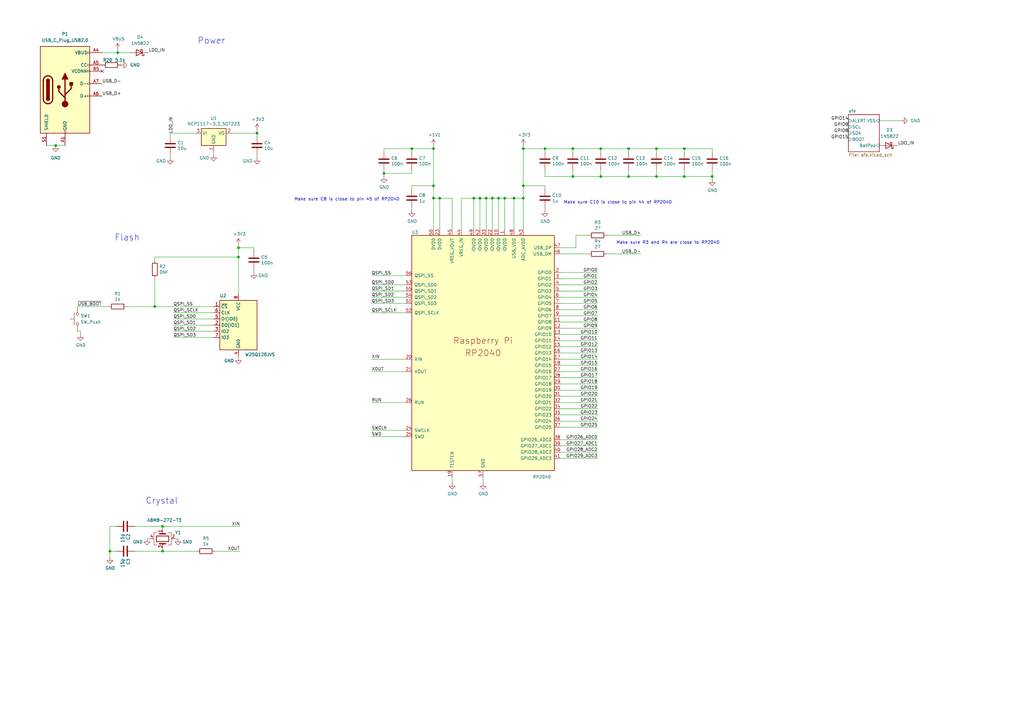
<source format=kicad_sch>
(kicad_sch (version 20250114) (generator "eeschema") (generator_version "9.0")
  (paper "A3")
  (title_block (title "RP2040 Minimal Design Example") (date "2024-01-16") (rev "REV2") (company "Raspberry Pi Ltd"))
  (lib_symbols
    (symbol "Connector:USB_C_Plug_USB2.0" (pin_names (offset 1.016))
      (property "Reference" "P" (at -10.16 19.05 0))
      (property "Value" "USB_C_Plug_USB2.0" (at 12.7 19.05 0))
      (symbol "USB_C_Plug_USB2.0_0_0"
        (rectangle (start -0.254 -17.78) (end 0.254 -16.764))
        (rectangle (start 10.16 15.494) (end 9.144 14.986))
        (rectangle (start 10.16 10.414) (end 9.144 9.906))
        (rectangle (start 10.16 7.874) (end 9.144 7.366))
        (rectangle (start 10.16 2.794) (end 9.144 2.286))
        (rectangle (start 10.16 -2.286) (end 9.144 -2.794))
      )
      (symbol "USB_C_Plug_USB2.0_0_1"
        (rectangle (start -10.16 17.78) (end 10.16 -17.78) (stroke (width 0.254)) (fill (type background)))
        (polyline (pts (xy -8.89 -3.81) (xy -8.89 3.81)) (stroke (width 0.508)))
        (rectangle (start -7.62 -3.81) (end -6.35 3.81) (stroke (width 0.254)) (fill (type outline)))
        (arc (start -7.62 3.81) (mid -6.985 4.4423) (end -6.35 3.81) (stroke (width 0.254)))
        (arc (start -7.62 3.81) (mid -6.985 4.4423) (end -6.35 3.81) (stroke (width 0.254)) (fill (type outline)))
        (arc (start -8.89 3.81) (mid -6.985 5.7067) (end -5.08 3.81) (stroke (width 0.508)))
        (arc (start -5.08 -3.81) (mid -6.985 -5.7067) (end -8.89 -3.81) (stroke (width 0.508)))
        (arc (start -6.35 -3.81) (mid -6.985 -4.4423) (end -7.62 -3.81) (stroke (width 0.254)))
        (arc (start -6.35 -3.81) (mid -6.985 -4.4423) (end -7.62 -3.81) (stroke (width 0.254)) (fill (type outline)))
        (polyline (pts (xy -5.08 3.81) (xy -5.08 -3.81)) (stroke (width 0.508)))
        (circle (center -2.54 1.143) (radius 0.635) (stroke (width 0.254)) (fill (type outline)))
        (polyline (pts (xy -1.27 4.318) (xy 0 6.858) (xy 1.27 4.318) (xy -1.27 4.318)) (stroke (width 0.254)) (fill (type outline)))
        (polyline (pts (xy 0 -2.032) (xy 2.54 0.508) (xy 2.54 1.778)) (stroke (width 0.508)))
        (polyline (pts (xy 0 -3.302) (xy -2.54 -0.762) (xy -2.54 0.508)) (stroke (width 0.508)))
        (polyline (pts (xy 0 -5.842) (xy 0 4.318)) (stroke (width 0.508)))
        (circle (center 0 -5.842) (radius 1.27) (fill (type outline)))
        (rectangle (start 1.905 1.778) (end 3.175 3.048) (stroke (width 0.254)) (fill (type outline)))
      )
      (symbol "USB_C_Plug_USB2.0_1_1"
        (pin passive line (at -7.62 -22.86 90) (length 5.08) (name "SHIELD") (number "S1"))
        (pin passive line (at 0 -22.86 90) (length 5.08) (name "GND") (number "A1"))
        (pin passive line (at 0 -22.86 90) (length 5.08) (hide yes) (name "GND") (number "A12"))
        (pin passive line (at 0 -22.86 90) (length 5.08) (hide yes) (name "GND") (number "B1"))
        (pin passive line (at 0 -22.86 90) (length 5.08) (hide yes) (name "GND") (number "B12"))
        (pin passive line (at 15.24 15.24 180) (length 5.08) (name "VBUS") (number "A4"))
        (pin passive line (at 15.24 15.24 180) (length 5.08) (hide yes) (name "VBUS") (number "A9"))
        (pin passive line (at 15.24 15.24 180) (length 5.08) (hide yes) (name "VBUS") (number "B4"))
        (pin passive line (at 15.24 15.24 180) (length 5.08) (hide yes) (name "VBUS") (number "B9"))
        (pin bidirectional line (at 15.24 10.16 180) (length 5.08) (name "CC") (number "A5"))
        (pin bidirectional line (at 15.24 7.62 180) (length 5.08) (name "VCONN") (number "B5"))
        (pin bidirectional line (at 15.24 2.54 180) (length 5.08) (name "D-") (number "A7"))
        (pin bidirectional line (at 15.24 -2.54 180) (length 5.08) (name "D+") (number "A6"))
      )
    )
    (symbol "Device:C" (pin_numbers (hide yes)) (pin_names (offset 0.254))
      (property "Reference" "C" (at 0.635 2.54 0))
      (property "Value" "C" (at 0.635 -2.54 0))
      (symbol "C_0_1"
        (polyline (pts (xy -2.032 0.762) (xy 2.032 0.762)) (stroke (width 0.508)))
        (polyline (pts (xy -2.032 -0.762) (xy 2.032 -0.762)) (stroke (width 0.508)))
      )
      (symbol "C_1_1"
        (pin passive line (at 0 3.81 270) (length 2.794) (name "~") (number "1"))
        (pin passive line (at 0 -3.81 90) (length 2.794) (name "~") (number "2"))
      )
    )
    (symbol "Device:Crystal_GND24" (pin_names (offset 1.016) (hide yes))
      (property "Reference" "Y" (at 3.175 5.08 0))
      (property "Value" "Crystal_GND24" (at 3.175 3.175 0))
      (symbol "Crystal_GND24_0_1"
        (polyline (pts (xy -2.54 2.286) (xy -2.54 3.556) (xy 2.54 3.556) (xy 2.54 2.286)))
        (polyline (pts (xy -2.54 0) (xy -2.032 0)))
        (polyline (pts (xy -2.54 -2.286) (xy -2.54 -3.556) (xy 2.54 -3.556) (xy 2.54 -2.286)))
        (polyline (pts (xy -2.032 -1.27) (xy -2.032 1.27)) (stroke (width 0.508)))
        (rectangle (start -1.143 2.54) (end 1.143 -2.54) (stroke (width 0.3048)))
        (polyline (pts (xy 0 3.556) (xy 0 3.81)))
        (polyline (pts (xy 0 -3.81) (xy 0 -3.556)))
        (polyline (pts (xy 2.032 0) (xy 2.54 0)))
        (polyline (pts (xy 2.032 -1.27) (xy 2.032 1.27)) (stroke (width 0.508)))
      )
      (symbol "Crystal_GND24_1_1"
        (pin passive line (at -3.81 0 0) (length 1.27) (name "1") (number "1"))
        (pin passive line (at 0 5.08 270) (length 1.27) (name "2") (number "2"))
        (pin passive line (at 0 -5.08 90) (length 1.27) (name "4") (number "4"))
        (pin passive line (at 3.81 0 180) (length 1.27) (name "3") (number "3"))
      )
    )
    (symbol "Device:R" (pin_numbers (hide yes)) (pin_names (offset 0))
      (property "Reference" "R" (at 2.032 0 90))
      (property "Value" "R" (at 0 0 90))
      (symbol "R_0_1"
        (rectangle (start -1.016 -2.54) (end 1.016 2.54) (stroke (width 0.254)))
      )
      (symbol "R_1_1"
        (pin passive line (at 0 3.81 270) (length 1.27) (name "~") (number "1"))
        (pin passive line (at 0 -3.81 90) (length 1.27) (name "~") (number "2"))
      )
    )
    (symbol "Diode:1N5822" (pin_numbers (hide yes)) (pin_names (offset 1.016) (hide yes))
      (property "Reference" "D" (at 0 2.54 0))
      (property "Value" "1N5822" (at 0 -2.54 0))
      (symbol "1N5822_0_1"
        (polyline (pts (xy -1.905 0.635) (xy -1.905 1.27) (xy -1.27 1.27) (xy -1.27 -1.27) (xy -0.635 -1.27) (xy -0.635 -0.635)) (stroke (width 0.254)))
        (polyline (pts (xy 1.27 1.27) (xy 1.27 -1.27) (xy -1.27 0) (xy 1.27 1.27)) (stroke (width 0.254)))
        (polyline (pts (xy 1.27 0) (xy -1.27 0)))
      )
      (symbol "1N5822_1_1"
        (pin passive line (at -3.81 0 0) (length 2.54) (name "K") (number "1"))
        (pin passive line (at 3.81 0 180) (length 2.54) (name "A") (number "2"))
      )
    )
    (symbol "GND_1" (power) (pin_numbers (hide yes)) (pin_names (offset 0) (hide yes))
      (property "Value" "GND" (at 0 -3.81 0))
      (symbol "GND_1_0_1"
        (polyline (pts (xy 0 0) (xy 0 -1.27) (xy 1.27 -1.27) (xy 0 -2.54) (xy -1.27 -1.27) (xy 0 -1.27)))
      )
      (symbol "GND_1_1_1"
        (pin power_in line (at 0 0 270) (length 0) (name "~") (number "1"))
      )
    )
    (symbol "GND_2" (power) (pin_numbers (hide yes)) (pin_names (offset 0) (hide yes))
      (property "Value" "GND" (at 0 -3.81 0))
      (symbol "GND_2_0_1"
        (polyline (pts (xy 0 0) (xy 0 -1.27) (xy 1.27 -1.27) (xy 0 -2.54) (xy -1.27 -1.27) (xy 0 -1.27)))
      )
      (symbol "GND_2_1_1"
        (pin power_in line (at 0 0 270) (length 0) (name "~") (number "1"))
      )
    )
    (symbol "GND_3" (power) (pin_numbers (hide yes)) (pin_names (offset 0) (hide yes))
      (property "Value" "GND" (at 0 -3.81 0))
      (symbol "GND_3_0_1"
        (polyline (pts (xy 0 0) (xy 0 -1.27) (xy 1.27 -1.27) (xy 0 -2.54) (xy -1.27 -1.27) (xy 0 -1.27)))
      )
      (symbol "GND_3_1_1"
        (pin power_in line (at 0 0 270) (length 0) (name "~") (number "1"))
      )
    )
    (symbol "MCU_RaspberryPi_RP2040:RP2040" (pin_names (offset 1.016))
      (property "Reference" "U" (at -29.21 49.53 0))
      (property "Value" "RP2040" (at 24.13 -49.53 0))
      (symbol "RP2040_0_0"
        (text "Raspberry Pi" (at 0 5.08 0) (effects (font (size 2.54 2.54))))
        (text "RP2040" (at 0 0 0) (effects (font (size 2.54 2.54))))
      )
      (symbol "RP2040_0_1"
        (rectangle (start 29.21 48.26) (end -29.21 -48.26) (stroke (width 0.254)) (fill (type background)))
      )
      (symbol "RP2040_1_1"
        (pin bidirectional line (at -31.75 31.75 0) (length 2.54) (name "QSPI_SS") (number "56"))
        (pin bidirectional line (at -31.75 27.94 0) (length 2.54) (name "QSPI_SD0") (number "53"))
        (pin bidirectional line (at -31.75 25.4 0) (length 2.54) (name "QSPI_SD1") (number "55"))
        (pin bidirectional line (at -31.75 22.86 0) (length 2.54) (name "QSPI_SD2") (number "54"))
        (pin bidirectional line (at -31.75 20.32 0) (length 2.54) (name "QSPI_SD3") (number "51"))
        (pin output line (at -31.75 16.51 0) (length 2.54) (name "QSPI_SCLK") (number "52"))
        (pin input line (at -31.75 -2.54 0) (length 2.54) (name "XIN") (number "20"))
        (pin passive line (at -31.75 -7.62 0) (length 2.54) (name "XOUT") (number "21"))
        (pin input line (at -31.75 -20.32 0) (length 2.54) (name "RUN") (number "26"))
        (pin output line (at -31.75 -31.75 0) (length 2.54) (name "SWCLK") (number "24"))
        (pin bidirectional line (at -31.75 -34.29 0) (length 2.54) (name "SWD") (number "25"))
        (pin power_in line (at -20.32 50.8 270) (length 2.54) (name "DVDD") (number "50"))
        (pin power_in line (at -17.78 50.8 270) (length 2.54) (name "DVDD") (number "23"))
        (pin power_out line (at -12.7 50.8 270) (length 2.54) (name "VREG_VOUT") (number "45"))
        (pin passive line (at -12.7 -50.8 90) (length 2.54) (name "TESTEN") (number "19"))
        (pin power_in line (at -8.89 50.8 270) (length 2.54) (name "VREG_IN") (number "44"))
        (pin power_in line (at -3.81 50.8 270) (length 2.54) (name "IOVDD") (number "49"))
        (pin power_in line (at -1.27 50.8 270) (length 2.54) (name "IOVDD") (number "42"))
        (pin power_in line (at 0 -50.8 90) (length 2.54) (name "GND") (number "57"))
        (pin power_in line (at 1.27 50.8 270) (length 2.54) (name "IOVDD") (number "33"))
        (pin power_in line (at 3.81 50.8 270) (length 2.54) (name "IOVDD") (number "22"))
        (pin power_in line (at 6.35 50.8 270) (length 2.54) (name "IOVDD") (number "10"))
        (pin power_in line (at 8.89 50.8 270) (length 2.54) (name "IOVDD") (number "1"))
        (pin power_in line (at 12.7 50.8 270) (length 2.54) (name "USB_VDD") (number "48"))
        (pin power_in line (at 16.51 50.8 270) (length 2.54) (name "ADC_AVDD") (number "43"))
        (pin bidirectional line (at 31.75 43.18 180) (length 2.54) (name "USB_DP") (number "47"))
        (pin bidirectional line (at 31.75 40.64 180) (length 2.54) (name "USB_DM") (number "46"))
        (pin bidirectional line (at 31.75 33.02 180) (length 2.54) (name "GPIO0") (number "2"))
        (pin bidirectional line (at 31.75 30.48 180) (length 2.54) (name "GPIO1") (number "3"))
        (pin bidirectional line (at 31.75 27.94 180) (length 2.54) (name "GPIO2") (number "4"))
        (pin bidirectional line (at 31.75 25.4 180) (length 2.54) (name "GPIO3") (number "5"))
        (pin bidirectional line (at 31.75 22.86 180) (length 2.54) (name "GPIO4") (number "6"))
        (pin bidirectional line (at 31.75 20.32 180) (length 2.54) (name "GPIO5") (number "7"))
        (pin bidirectional line (at 31.75 17.78 180) (length 2.54) (name "GPIO6") (number "8"))
        (pin bidirectional line (at 31.75 15.24 180) (length 2.54) (name "GPIO7") (number "9"))
        (pin bidirectional line (at 31.75 12.7 180) (length 2.54) (name "GPIO8") (number "11"))
        (pin bidirectional line (at 31.75 10.16 180) (length 2.54) (name "GPIO9") (number "12"))
        (pin bidirectional line (at 31.75 7.62 180) (length 2.54) (name "GPIO10") (number "13"))
        (pin bidirectional line (at 31.75 5.08 180) (length 2.54) (name "GPIO11") (number "14"))
        (pin bidirectional line (at 31.75 2.54 180) (length 2.54) (name "GPIO12") (number "15"))
        (pin bidirectional line (at 31.75 0 180) (length 2.54) (name "GPIO13") (number "16"))
        (pin bidirectional line (at 31.75 -2.54 180) (length 2.54) (name "GPIO14") (number "17"))
        (pin bidirectional line (at 31.75 -5.08 180) (length 2.54) (name "GPIO15") (number "18"))
        (pin bidirectional line (at 31.75 -7.62 180) (length 2.54) (name "GPIO16") (number "27"))
        (pin bidirectional line (at 31.75 -10.16 180) (length 2.54) (name "GPIO17") (number "28"))
        (pin bidirectional line (at 31.75 -12.7 180) (length 2.54) (name "GPIO18") (number "29"))
        (pin bidirectional line (at 31.75 -15.24 180) (length 2.54) (name "GPIO19") (number "30"))
        (pin bidirectional line (at 31.75 -17.78 180) (length 2.54) (name "GPIO20") (number "31"))
        (pin bidirectional line (at 31.75 -20.32 180) (length 2.54) (name "GPIO21") (number "32"))
        (pin bidirectional line (at 31.75 -22.86 180) (length 2.54) (name "GPIO22") (number "34"))
        (pin bidirectional line (at 31.75 -25.4 180) (length 2.54) (name "GPIO23") (number "35"))
        (pin bidirectional line (at 31.75 -27.94 180) (length 2.54) (name "GPIO24") (number "36"))
        (pin bidirectional line (at 31.75 -30.48 180) (length 2.54) (name "GPIO25") (number "37"))
        (pin bidirectional line (at 31.75 -35.56 180) (length 2.54) (name "GPIO26_ADC0") (number "38"))
        (pin bidirectional line (at 31.75 -38.1 180) (length 2.54) (name "GPIO27_ADC1") (number "39"))
        (pin bidirectional line (at 31.75 -40.64 180) (length 2.54) (name "GPIO28_ADC2") (number "40"))
        (pin bidirectional line (at 31.75 -43.18 180) (length 2.54) (name "GPIO29_ADC3") (number "41"))
      )
    )
    (symbol "Memory_Flash:W25Q128JVS"
      (property "Reference" "U" (at -8.89 8.89 0))
      (property "Value" "W25Q128JVS" (at 7.62 8.89 0))
      (symbol "W25Q128JVS_0_1"
        (rectangle (start -7.62 10.16) (end 7.62 -10.16) (stroke (width 0.254)) (fill (type background)))
      )
      (symbol "W25Q128JVS_1_1"
        (pin input line (at -10.16 7.62 0) (length 2.54) (name "~{CS}") (number "1"))
        (pin input line (at -10.16 5.08 0) (length 2.54) (name "CLK") (number "6"))
        (pin bidirectional line (at -10.16 2.54 0) (length 2.54) (name "DI(IO0)") (number "5"))
        (pin bidirectional line (at -10.16 0 0) (length 2.54) (name "DO(IO1)") (number "2"))
        (pin bidirectional line (at -10.16 -2.54 0) (length 2.54) (name "IO2") (number "3"))
        (pin bidirectional line (at -10.16 -5.08 0) (length 2.54) (name "IO3") (number "7"))
        (pin power_in line (at 0 12.7 270) (length 2.54) (name "VCC") (number "8"))
        (pin power_in line (at 0 -12.7 90) (length 2.54) (name "GND") (number "4"))
      )
    )
    (symbol "Regulator_Linear:NCP1117-3.3_SOT223"
      (property "Reference" "U" (at -3.81 3.175 0))
      (property "Value" "NCP1117-3.3_SOT223" (at 0 3.175 0))
      (symbol "NCP1117-3.3_SOT223_0_1"
        (rectangle (start -5.08 -5.08) (end 5.08 1.905) (stroke (width 0.254)) (fill (type background)))
      )
      (symbol "NCP1117-3.3_SOT223_1_1"
        (pin power_in line (at -7.62 0 0) (length 2.54) (name "VI") (number "3"))
        (pin power_in line (at 0 -7.62 90) (length 2.54) (name "GND") (number "1"))
        (pin power_out line (at 7.62 0 180) (length 2.54) (name "VO") (number "2"))
      )
    )
    (symbol "Switch:SW_Push" (pin_numbers (hide yes)) (pin_names (offset 1.016) (hide yes))
      (property "Reference" "SW" (at 1.27 2.54 0))
      (property "Value" "SW_Push" (at 0 -1.524 0))
      (symbol "SW_Push_0_1"
        (circle (center -2.032 0) (radius 0.508))
        (polyline (pts (xy 0 1.27) (xy 0 3.048)))
        (circle (center 2.032 0) (radius 0.508))
        (polyline (pts (xy 2.54 1.27) (xy -2.54 1.27)))
        (pin passive line (at -5.08 0 0) (length 2.54) (name "1") (number "1"))
        (pin passive line (at 5.08 0 180) (length 2.54) (name "2") (number "2"))
      )
    )
    (symbol "power:+1V1" (power) (pin_names (offset 0))
      (property "Value" "+1V1" (at 0 3.556 0))
      (symbol "+1V1_0_1"
        (polyline (pts (xy -0.762 1.27) (xy 0 2.54)))
        (polyline (pts (xy 0 2.54) (xy 0.762 1.27)))
        (polyline (pts (xy 0 0) (xy 0 2.54)))
      )
      (symbol "+1V1_1_1"
        (pin power_in line (at 0 0 90) (length 0) (hide yes) (name "+1V1") (number "1"))
      )
    )
    (symbol "power:+3V3" (power) (pin_names (offset 0))
      (property "Value" "+3V3" (at 0 3.556 0))
      (symbol "+3V3_0_1"
        (polyline (pts (xy -0.762 1.27) (xy 0 2.54)))
        (polyline (pts (xy 0 2.54) (xy 0.762 1.27)))
        (polyline (pts (xy 0 0) (xy 0 2.54)))
      )
      (symbol "+3V3_1_1"
        (pin power_in line (at 0 0 90) (length 0) (hide yes) (name "+3V3") (number "1"))
      )
    )
    (symbol "power:GND" (power) (pin_names (offset 0))
      (property "Value" "GND" (at 0 -3.81 0))
      (symbol "GND_0_1"
        (polyline (pts (xy 0 0) (xy 0 -1.27) (xy 1.27 -1.27) (xy 0 -2.54) (xy -1.27 -1.27) (xy 0 -1.27)))
      )
      (symbol "GND_1_1"
        (pin power_in line (at 0 0 270) (length 0) (hide yes) (name "GND") (number "1"))
      )
    )
    (symbol "power:VBUS" (power) (pin_names (offset 0))
      (property "Value" "VBUS" (at 0 3.81 0))
      (symbol "VBUS_0_1"
        (polyline (pts (xy -0.762 1.27) (xy 0 2.54)))
        (polyline (pts (xy 0 2.54) (xy 0.762 1.27)))
        (polyline (pts (xy 0 0) (xy 0 2.54)))
      )
      (symbol "VBUS_1_1"
        (pin power_in line (at 0 0 90) (length 0) (hide yes) (name "VBUS") (number "1"))
      )
    )
  )
  (text "Power" (at 81.026 18.288 0) (effects (font (size 2.54 2.54)) (justify left bottom)))
  (text "Crystal" (at 59.69 207.01 0) (effects (font (size 2.54 2.54)) (justify left bottom)))
  (text "Make sure C8 is close to pin 45 of RP2040" (at 120.65 82.55 0) (effects (font (size 1.27 1.27)) (justify left bottom)))
  (text "Make sure C10 is close to pin 44 of RP2040" (at 231.14 83.82 0) (effects (font (size 1.27 1.27)) (justify left bottom)))
  (text "Make sure R3 and R4 are close to RP2040" (at 252.73 100.33 0) (effects (font (size 1.27 1.27)) (justify left bottom)))
  (text "Flash" (at 46.99 99.06 0) (effects (font (size 2.54 2.54)) (justify left bottom)))
  (junction (at 201.93 81.28))
  (junction (at 199.39 81.28))
  (junction (at 97.79 105.41))
  (junction (at 177.8 76.2))
  (junction (at 214.63 76.2))
  (junction (at 168.91 60.96))
  (junction (at 45.085 226.06))
  (junction (at 223.52 60.96))
  (junction (at 246.38 72.39))
  (junction (at 257.81 60.96))
  (junction (at 66.675 215.9))
  (junction (at 246.38 60.96))
  (junction (at 177.8 81.28))
  (junction (at 180.34 81.28))
  (junction (at 204.47 81.28))
  (junction (at 157.48 71.12))
  (junction (at 105.41 54.61))
  (junction (at 280.67 60.96))
  (junction (at 292.1 72.39))
  (junction (at 66.675 226.06))
  (junction (at 257.81 72.39))
  (junction (at 97.79 101.6))
  (junction (at 177.8 60.96))
  (junction (at 234.95 72.39))
  (junction (at 269.24 72.39))
  (junction (at 207.01 81.28))
  (junction (at 214.63 81.28))
  (junction (at 63.5 125.73))
  (junction (at 22.86 59.69))
  (junction (at 48.26 21.59))
  (junction (at 196.85 81.28))
  (junction (at 214.63 60.96))
  (junction (at 194.31 81.28))
  (junction (at 269.24 60.96))
  (junction (at 280.67 72.39))
  (junction (at 210.82 81.28))
  (junction (at 234.95 60.96))
  (no_connect (at 41.91 29.21))
  (wire (pts (xy 177.8 81.28) (xy 177.8 93.98)))
  (wire (pts (xy 229.87 137.16) (xy 245.11 137.16)))
  (wire (pts (xy 157.48 71.12) (xy 168.91 71.12)))
  (wire (pts (xy 236.22 96.52) (xy 236.22 101.6)))
  (wire (pts (xy 246.38 60.96) (xy 257.81 60.96)))
  (wire (pts (xy 207.01 81.28) (xy 210.82 81.28)))
  (wire (pts (xy 87.63 138.43) (xy 71.12 138.43)))
  (wire (pts (xy 246.38 62.23) (xy 246.38 60.96)))
  (wire (pts (xy 177.8 59.69) (xy 177.8 60.96)))
  (wire (pts (xy 229.87 149.86) (xy 245.11 149.86)))
  (wire (pts (xy 97.79 101.6) (xy 97.79 105.41)))
  (wire (pts (xy 69.85 63.5) (xy 69.85 64.77)))
  (wire (pts (xy 229.87 175.26) (xy 245.11 175.26)))
  (wire (pts (xy 194.31 81.28) (xy 196.85 81.28)))
  (wire (pts (xy 229.87 170.18) (xy 245.11 170.18)))
  (wire (pts (xy 229.87 104.14) (xy 241.3 104.14)))
  (wire (pts (xy 229.87 111.76) (xy 245.11 111.76)))
  (wire (pts (xy 71.12 128.27) (xy 87.63 128.27)))
  (wire (pts (xy 97.79 100.33) (xy 97.79 101.6)))
  (wire (pts (xy 248.92 96.52) (xy 262.89 96.52)))
  (wire (pts (xy 185.42 93.98) (xy 185.42 81.28)))
  (wire (pts (xy 246.38 69.85) (xy 246.38 72.39)))
  (wire (pts (xy 229.87 116.84) (xy 245.11 116.84)))
  (wire (pts (xy 69.85 55.88) (xy 69.85 54.61)))
  (wire (pts (xy 177.8 76.2) (xy 177.8 81.28)))
  (wire (pts (xy 60.325 220.98) (xy 61.595 220.98)))
  (wire (pts (xy 189.23 81.28) (xy 194.31 81.28)))
  (wire (pts (xy 360.68 49.53) (xy 369.57 49.53)))
  (wire (pts (xy 157.48 60.96) (xy 168.91 60.96)))
  (wire (pts (xy 229.87 185.42) (xy 245.11 185.42)))
  (wire (pts (xy 63.5 114.3) (xy 63.5 125.73)))
  (wire (pts (xy 157.48 69.85) (xy 157.48 71.12)))
  (wire (pts (xy 71.755 220.98) (xy 73.025 220.98)))
  (wire (pts (xy 152.4 124.46) (xy 166.37 124.46)))
  (wire (pts (xy 55.245 215.9) (xy 66.675 215.9)))
  (wire (pts (xy 105.41 55.88) (xy 105.41 54.61)))
  (wire (pts (xy 214.63 81.28) (xy 214.63 93.98)))
  (wire (pts (xy 168.91 60.96) (xy 177.8 60.96)))
  (wire (pts (xy 44.45 125.73) (xy 31.75 125.73)))
  (wire (pts (xy 214.63 76.2) (xy 223.52 76.2)))
  (wire (pts (xy 97.79 146.685) (xy 97.79 146.05)))
  (wire (pts (xy 199.39 93.98) (xy 199.39 81.28)))
  (wire (pts (xy 177.8 60.96) (xy 177.8 76.2)))
  (wire (pts (xy 210.82 81.28) (xy 214.63 81.28)))
  (wire (pts (xy 152.4 119.38) (xy 166.37 119.38)))
  (wire (pts (xy 166.37 165.1) (xy 152.4 165.1)))
  (wire (pts (xy 269.24 62.23) (xy 269.24 60.96)))
  (wire (pts (xy 48.26 20.32) (xy 48.26 21.59)))
  (wire (pts (xy 196.85 81.28) (xy 199.39 81.28)))
  (wire (pts (xy 87.63 133.35) (xy 71.12 133.35)))
  (wire (pts (xy 223.52 62.23) (xy 223.52 60.96)))
  (wire (pts (xy 214.63 60.96) (xy 223.52 60.96)))
  (wire (pts (xy 104.14 101.6) (xy 97.79 101.6)))
  (wire (pts (xy 207.01 81.28) (xy 207.01 93.98)))
  (wire (pts (xy 196.85 93.98) (xy 196.85 81.28)))
  (wire (pts (xy 66.675 224.79) (xy 66.675 226.06)))
  (wire (pts (xy 45.085 226.06) (xy 45.085 228.6)))
  (wire (pts (xy 229.87 101.6) (xy 236.22 101.6)))
  (wire (pts (xy 214.63 60.96) (xy 214.63 76.2)))
  (wire (pts (xy 87.63 62.23) (xy 87.63 63.5)))
  (wire (pts (xy 166.37 152.4) (xy 152.4 152.4)))
  (wire (pts (xy 166.37 113.03) (xy 152.4 113.03)))
  (wire (pts (xy 269.24 60.96) (xy 280.67 60.96)))
  (wire (pts (xy 292.1 69.85) (xy 292.1 72.39)))
  (wire (pts (xy 88.265 226.06) (xy 98.425 226.06)))
  (wire (pts (xy 95.25 54.61) (xy 105.41 54.61)))
  (wire (pts (xy 229.87 147.32) (xy 245.11 147.32)))
  (wire (pts (xy 229.87 127) (xy 245.11 127)))
  (wire (pts (xy 168.91 71.12) (xy 168.91 69.85)))
  (wire (pts (xy 22.86 59.69) (xy 26.67 59.69)))
  (wire (pts (xy 234.95 62.23) (xy 234.95 60.96)))
  (wire (pts (xy 234.95 72.39) (xy 223.52 72.39)))
  (wire (pts (xy 229.87 180.34) (xy 245.11 180.34)))
  (wire (pts (xy 214.63 76.2) (xy 214.63 81.28)))
  (wire (pts (xy 214.63 59.69) (xy 214.63 60.96)))
  (wire (pts (xy 229.87 129.54) (xy 245.11 129.54)))
  (wire (pts (xy 168.91 77.47) (xy 168.91 76.2)))
  (wire (pts (xy 87.63 135.89) (xy 71.12 135.89)))
  (wire (pts (xy 31.75 135.89) (xy 33.02 135.89)))
  (wire (pts (xy 234.95 60.96) (xy 246.38 60.96)))
  (wire (pts (xy 52.07 125.73) (xy 63.5 125.73)))
  (wire (pts (xy 229.87 187.96) (xy 245.11 187.96)))
  (wire (pts (xy 234.95 69.85) (xy 234.95 72.39)))
  (wire (pts (xy 180.34 93.98) (xy 180.34 81.28)))
  (wire (pts (xy 280.67 72.39) (xy 292.1 72.39)))
  (wire (pts (xy 80.01 54.61) (xy 69.85 54.61)))
  (wire (pts (xy 269.24 69.85) (xy 269.24 72.39)))
  (wire (pts (xy 223.52 60.96) (xy 234.95 60.96)))
  (wire (pts (xy 223.52 85.09) (xy 223.52 86.36)))
  (wire (pts (xy 229.87 132.08) (xy 245.11 132.08)))
  (wire (pts (xy 204.47 93.98) (xy 204.47 81.28)))
  (wire (pts (xy 55.245 226.06) (xy 66.675 226.06)))
  (wire (pts (xy 47.625 226.06) (xy 45.085 226.06)))
  (wire (pts (xy 66.675 226.06) (xy 80.645 226.06)))
  (wire (pts (xy 229.87 119.38) (xy 245.11 119.38)))
  (wire (pts (xy 292.1 62.23) (xy 292.1 60.96)))
  (wire (pts (xy 166.37 179.07) (xy 152.4 179.07)))
  (wire (pts (xy 199.39 81.28) (xy 201.93 81.28)))
  (wire (pts (xy 292.1 72.39) (xy 292.1 73.66)))
  (wire (pts (xy 229.87 157.48) (xy 245.11 157.48)))
  (wire (pts (xy 166.37 128.27) (xy 152.4 128.27)))
  (wire (pts (xy 198.12 195.58) (xy 198.12 198.12)))
  (wire (pts (xy 168.91 76.2) (xy 177.8 76.2)))
  (wire (pts (xy 229.87 154.94) (xy 245.11 154.94)))
  (wire (pts (xy 87.63 130.81) (xy 71.12 130.81)))
  (wire (pts (xy 246.38 72.39) (xy 234.95 72.39)))
  (wire (pts (xy 223.52 69.85) (xy 223.52 72.39)))
  (wire (pts (xy 185.42 195.58) (xy 185.42 198.12)))
  (wire (pts (xy 229.87 160.02) (xy 245.11 160.02)))
  (wire (pts (xy 47.625 215.9) (xy 45.085 215.9)))
  (wire (pts (xy 229.87 139.7) (xy 245.11 139.7)))
  (wire (pts (xy 229.87 165.1) (xy 245.11 165.1)))
  (wire (pts (xy 180.34 81.28) (xy 177.8 81.28)))
  (wire (pts (xy 248.92 104.14) (xy 262.89 104.14)))
  (wire (pts (xy 229.87 144.78) (xy 245.11 144.78)))
  (wire (pts (xy 280.67 72.39) (xy 269.24 72.39)))
  (wire (pts (xy 45.085 215.9) (xy 45.085 226.06)))
  (wire (pts (xy 66.675 217.17) (xy 66.675 215.9)))
  (wire (pts (xy 152.4 116.84) (xy 166.37 116.84)))
  (wire (pts (xy 19.05 59.69) (xy 22.86 59.69)))
  (wire (pts (xy 201.93 81.28) (xy 204.47 81.28)))
  (wire (pts (xy 229.87 134.62) (xy 245.11 134.62)))
  (wire (pts (xy 229.87 152.4) (xy 245.11 152.4)))
  (wire (pts (xy 53.34 21.59) (xy 48.26 21.59)))
  (wire (pts (xy 157.48 62.23) (xy 157.48 60.96)))
  (wire (pts (xy 236.22 96.52) (xy 241.3 96.52)))
  (wire (pts (xy 104.14 110.49) (xy 104.14 111.76)))
  (wire (pts (xy 157.48 71.12) (xy 157.48 72.39)))
  (wire (pts (xy 280.67 69.85) (xy 280.67 72.39)))
  (wire (pts (xy 152.4 147.32) (xy 166.37 147.32)))
  (wire (pts (xy 229.87 142.24) (xy 245.11 142.24)))
  (wire (pts (xy 257.81 60.96) (xy 269.24 60.96)))
  (wire (pts (xy 223.52 77.47) (xy 223.52 76.2)))
  (wire (pts (xy 152.4 121.92) (xy 166.37 121.92)))
  (wire (pts (xy 229.87 124.46) (xy 245.11 124.46)))
  (wire (pts (xy 229.87 167.64) (xy 245.11 167.64)))
  (wire (pts (xy 229.87 114.3) (xy 245.11 114.3)))
  (wire (pts (xy 257.81 72.39) (xy 246.38 72.39)))
  (wire (pts (xy 104.14 102.87) (xy 104.14 101.6)))
  (wire (pts (xy 269.24 72.39) (xy 257.81 72.39)))
  (wire (pts (xy 204.47 81.28) (xy 207.01 81.28)))
  (wire (pts (xy 63.5 125.73) (xy 87.63 125.73)))
  (wire (pts (xy 194.31 93.98) (xy 194.31 81.28)))
  (wire (pts (xy 201.93 93.98) (xy 201.93 81.28)))
  (wire (pts (xy 168.91 62.23) (xy 168.91 60.96)))
  (wire (pts (xy 185.42 81.28) (xy 180.34 81.28)))
  (wire (pts (xy 280.67 60.96) (xy 292.1 60.96)))
  (wire (pts (xy 280.67 62.23) (xy 280.67 60.96)))
  (wire (pts (xy 257.81 69.85) (xy 257.81 72.39)))
  (wire (pts (xy 229.87 162.56) (xy 245.11 162.56)))
  (wire (pts (xy 229.87 172.72) (xy 245.11 172.72)))
  (wire (pts (xy 210.82 93.98) (xy 210.82 81.28)))
  (wire (pts (xy 257.81 62.23) (xy 257.81 60.96)))
  (wire (pts (xy 166.37 176.53) (xy 152.4 176.53)))
  (wire (pts (xy 189.23 93.98) (xy 189.23 81.28)))
  (wire (pts (xy 168.91 85.09) (xy 168.91 86.36)))
  (wire (pts (xy 105.41 63.5) (xy 105.41 64.77)))
  (wire (pts (xy 63.5 106.68) (xy 63.5 105.41)))
  (wire (pts (xy 63.5 105.41) (xy 97.79 105.41)))
  (wire (pts (xy 105.41 54.61) (xy 105.41 53.34)))
  (wire (pts (xy 229.87 182.88) (xy 245.11 182.88)))
  (wire (pts (xy 229.87 121.92) (xy 245.11 121.92)))
  (wire (pts (xy 33.02 135.89) (xy 33.02 137.16)))
  (wire (pts (xy 41.91 21.59) (xy 48.26 21.59)))
  (wire (pts (xy 97.79 105.41) (xy 97.79 120.65)))
  (wire (pts (xy 66.675 215.9) (xy 98.425 215.9)))
  (label "XOUT" (at 98.425 226.06 180))
  (label "USB_D-" (at 41.91 34.29 0))
  (label "QSPI_SS" (at 71.12 125.73 0))
  (label "QSPI_SD3" (at 71.12 138.43 0))
  (label "QSPI_SD2" (at 152.4 121.92 0))
  (label "USB_D+" (at 41.91 39.37 0))
  (label "USB_D-" (at 262.89 104.14 180))
  (label "GPIO14" (at 347.98 49.53 180))
  (label "GPIO4" (at 245.11 121.92 180))
  (label "GPIO8" (at 347.98 54.61 180))
  (label "RUN" (at 152.4 165.1 0))
  (label "XOUT" (at 152.4 152.4 0))
  (label "LDO_IN" (at 71.12 54.61 90))
  (label "GPIO29_ADC3" (at 245.11 187.96 180))
  (label "QSPI_SD1" (at 152.4 119.38 0))
  (label "GPIO13" (at 245.11 144.78 180))
  (label "GPIO6" (at 245.11 127 180))
  (label "USB_D+" (at 262.89 96.52 180))
  (label "SWD" (at 152.4 179.07 0))
  (label "GPIO20" (at 245.11 162.56 180))
  (label "QSPI_SD1" (at 71.12 133.35 0))
  (label "QSPI_SD3" (at 152.4 124.46 0))
  (label "GPIO18" (at 245.11 157.48 180))
  (label "GPIO25" (at 245.11 175.26 180))
  (label "LDO_IN" (at 60.96 21.59 0))
  (label "GPIO0" (at 245.11 111.76 180))
  (label "GPIO21" (at 245.11 165.1 180))
  (label "GPIO11" (at 245.11 139.7 180))
  (label "GPIO27_ADC1" (at 245.11 182.88 180))
  (label "GPIO1" (at 245.11 114.3 180))
  (label "XIN" (at 98.425 215.9 180))
  (label "GPIO14" (at 245.11 147.32 180))
  (label "GPIO3" (at 245.11 119.38 180))
  (label "GPIO10" (at 245.11 137.16 180))
  (label "GPIO23" (at 245.11 170.18 180))
  (label "SWCLK" (at 152.4 176.53 0))
  (label "QSPI_SCLK" (at 152.4 128.27 0))
  (label "QSPI_SD0" (at 152.4 116.84 0))
  (label "GPIO17" (at 245.11 154.94 180))
  (label "GPIO2" (at 245.11 116.84 180))
  (label "GPIO9" (at 245.11 134.62 180))
  (label "GPIO15" (at 245.11 149.86 180))
  (label "GPIO12" (at 245.11 142.24 180))
  (label "GPIO24" (at 245.11 172.72 180))
  (label "GPIO5" (at 245.11 124.46 180))
  (label "GPIO22" (at 245.11 167.64 180))
  (label "GPIO19" (at 245.11 160.02 180))
  (label "GPIO15" (at 347.98 57.15 180))
  (label "QSPI_SS" (at 152.4 113.03 0))
  (label "QSPI_SD2" (at 71.12 135.89 0))
  (label "QSPI_SD0" (at 71.12 130.81 0))
  (label "QSPI_SCLK" (at 71.12 128.27 0))
  (label "~{USB_BOOT}" (at 31.75 125.73 0))
  (label "GPIO26_ADC0" (at 245.11 180.34 180))
  (label "GPIO28_ADC2" (at 245.11 185.42 180))
  (label "GPIO16" (at 245.11 152.4 180))
  (label "GPIO9" (at 347.98 52.07 180))
  (label "GPIO8" (at 245.11 132.08 180))
  (label "XIN" (at 152.4 147.32 0))
  (label "LDO_IN" (at 368.3 59.69 0))
  (label "GPIO7" (at 245.11 129.54 180))
  (symbol (lib_id "MCU_RaspberryPi_RP2040:RP2040") (at 198.12 144.78 0) (unit 1)
    (property "Reference" "U3" (at 170.18 95.25 0))
    (property "Value" "RP2040" (at 222.25 195.58 0))
    (property "Footprint" "RP2040_minimal:RP2040-QFN-56" (effects (hide yes)))
  )
  (symbol (lib_id "Memory_Flash:W25Q128JVS") (at 97.79 133.35 0) (unit 1)
    (property "Reference" "U2" (at 91.44 121.285 0))
    (property "Value" "W25Q128JVS" (at 106.68 145.415 0))
    (property "Footprint" "Package_SO:SOP-8_3.76x4.96mm_P1.27mm" (effects (hide yes)))
    (property "Datasheet" "http://www.winbond.com/resource-files/w25q128jv_dtr%20revc%2003272018%20plus.pdf" (effects (hide yes)))
  )
  (symbol (lib_id "power:+3V3") (at 97.79 100.33 0) (unit 1)
    (property "Reference" "#PWR07" (effects (hide yes)))
    (property "Value" "+3V3" (at 98.171 95.9358 0))
  )
  (symbol (lib_id "power:GND") (at 97.79 146.685 0) (unit 1)
    (property "Reference" "#PWR08" (effects (hide yes)))
    (property "Value" "GND" (at 93.98 147.955 0))
  )
  (symbol (lib_id "Device:R") (at 63.5 110.49 0) (unit 1)
    (property "Reference" "R2" (at 65.278 109.3216 0) (effects (justify left)))
    (property "Value" "DNF" (at 65.278 111.633 0) (effects (justify left)))
    (property "Footprint" "Resistor_SMD:R_0402_1005Metric" (effects (hide yes)))
  )
  (symbol (lib_id "Device:R") (at 48.26 125.73 270) (unit 1)
    (property "Reference" "R1" (at 48.26 120.4722 90))
    (property "Value" "1k" (at 48.26 122.7836 90))
    (property "Footprint" "Resistor_SMD:R_0805_2012Metric_Pad1.20x1.40mm_HandSolder" (effects (hide yes)))
  )
  (symbol (lib_id "Device:C") (at 104.14 106.68 0) (unit 1)
    (property "Reference" "C5" (at 107.061 105.5116 0) (effects (justify left)))
    (property "Value" "100n" (at 107.061 107.823 0) (effects (justify left)))
    (property "Footprint" "Capacitor_SMD:C_0402_1005Metric" (effects (hide yes)))
  )
  (symbol (lib_id "power:GND") (at 104.14 111.76 0) (unit 1)
    (property "Reference" "#PWR011" (effects (hide yes)))
    (property "Value" "GND" (at 107.95 113.03 0))
  )
  (symbol (lib_id "power:GND") (at 198.12 198.12 0) (unit 1)
    (property "Reference" "#PWR016" (effects (hide yes)))
    (property "Value" "GND" (at 198.247 202.5142 0))
  )
  (symbol (lib_id "power:GND") (at 185.42 198.12 0) (unit 1)
    (property "Reference" "#PWR015" (effects (hide yes)))
    (property "Value" "GND" (at 185.547 202.5142 0))
  )
  (symbol (lib_id "Device:R") (at 245.11 96.52 270) (unit 1)
    (property "Reference" "R3" (at 245.11 91.2622 90))
    (property "Value" "27" (at 245.11 93.5736 90))
    (property "Footprint" "Resistor_SMD:R_0402_1005Metric" (effects (hide yes)))
  )
  (symbol (lib_id "Device:R") (at 245.11 104.14 270) (unit 1)
    (property "Reference" "R4" (at 245.11 98.8822 90))
    (property "Value" "27" (at 245.11 101.1936 90))
    (property "Footprint" "Resistor_SMD:R_0402_1005Metric" (effects (hide yes)))
  )
  (symbol (lib_id "power:+3V3") (at 214.63 59.69 0) (unit 1)
    (property "Reference" "#PWR017" (effects (hide yes)))
    (property "Value" "+3V3" (at 215.011 55.2958 0))
  )
  (symbol (lib_id "power:+1V1") (at 177.8 59.69 0) (unit 1)
    (property "Reference" "#PWR014" (effects (hide yes)))
    (property "Value" "+1V1" (at 178.181 55.2958 0))
  )
  (symbol (lib_id "Device:C") (at 223.52 66.04 0) (unit 1)
    (property "Reference" "C9" (at 226.441 64.8716 0) (effects (justify left)))
    (property "Value" "100n" (at 226.441 67.183 0) (effects (justify left)))
    (property "Footprint" "Capacitor_SMD:C_0402_1005Metric" (effects (hide yes)))
  )
  (symbol (lib_id "Device:C") (at 234.95 66.04 0) (unit 1)
    (property "Reference" "C11" (at 237.871 64.8716 0) (effects (justify left)))
    (property "Value" "100n" (at 237.871 67.183 0) (effects (justify left)))
    (property "Footprint" "Capacitor_SMD:C_0402_1005Metric" (effects (hide yes)))
  )
  (symbol (lib_id "Device:C") (at 246.38 66.04 0) (unit 1)
    (property "Reference" "C12" (at 249.301 64.8716 0) (effects (justify left)))
    (property "Value" "100n" (at 249.301 67.183 0) (effects (justify left)))
    (property "Footprint" "Capacitor_SMD:C_0402_1005Metric" (effects (hide yes)))
  )
  (symbol (lib_id "Device:C") (at 257.81 66.04 0) (unit 1)
    (property "Reference" "C13" (at 260.731 64.8716 0) (effects (justify left)))
    (property "Value" "100n" (at 260.731 67.183 0) (effects (justify left)))
    (property "Footprint" "Capacitor_SMD:C_0402_1005Metric" (effects (hide yes)))
  )
  (symbol (lib_id "Device:C") (at 269.24 66.04 0) (unit 1)
    (property "Reference" "C14" (at 272.161 64.8716 0) (effects (justify left)))
    (property "Value" "100n" (at 272.161 67.183 0) (effects (justify left)))
    (property "Footprint" "Capacitor_SMD:C_0402_1005Metric" (effects (hide yes)))
  )
  (symbol (lib_id "Device:C") (at 280.67 66.04 0) (unit 1)
    (property "Reference" "C15" (at 283.591 64.8716 0) (effects (justify left)))
    (property "Value" "100n" (at 283.591 67.183 0) (effects (justify left)))
    (property "Footprint" "Capacitor_SMD:C_0402_1005Metric" (effects (hide yes)))
  )
  (symbol (lib_id "Device:C") (at 292.1 66.04 0) (unit 1)
    (property "Reference" "C16" (at 295.021 64.8716 0) (effects (justify left)))
    (property "Value" "100n" (at 295.021 67.183 0) (effects (justify left)))
    (property "Footprint" "Capacitor_SMD:C_0402_1005Metric" (effects (hide yes)))
  )
  (symbol (lib_id "Device:C") (at 157.48 66.04 0) (unit 1)
    (property "Reference" "C6" (at 160.401 64.8716 0) (effects (justify left)))
    (property "Value" "100n" (at 160.401 67.183 0) (effects (justify left)))
    (property "Footprint" "Capacitor_SMD:C_0402_1005Metric" (effects (hide yes)))
  )
  (symbol (lib_id "Device:C") (at 168.91 66.04 0) (unit 1)
    (property "Reference" "C7" (at 171.831 64.8716 0) (effects (justify left)))
    (property "Value" "100n" (at 171.831 67.183 0) (effects (justify left)))
    (property "Footprint" "Capacitor_SMD:C_0402_1005Metric" (effects (hide yes)))
  )
  (symbol (lib_id "Device:C") (at 168.91 81.28 0) (unit 1)
    (property "Reference" "C8" (at 171.831 80.1116 0) (effects (justify left)))
    (property "Value" "1u" (at 171.831 82.423 0) (effects (justify left)))
    (property "Footprint" "Capacitor_SMD:C_0402_1005Metric" (effects (hide yes)))
  )
  (symbol (lib_id "Device:C") (at 223.52 81.28 0) (unit 1)
    (property "Reference" "C10" (at 226.441 80.1116 0) (effects (justify left)))
    (property "Value" "1u" (at 226.441 82.423 0) (effects (justify left)))
    (property "Footprint" "Capacitor_SMD:C_0402_1005Metric" (effects (hide yes)))
  )
  (symbol (lib_id "power:GND") (at 292.1 73.66 0) (unit 1)
    (property "Reference" "#PWR023" (effects (hide yes)))
    (property "Value" "GND" (at 292.227 78.0542 0))
  )
  (symbol (lib_id "power:GND") (at 157.48 72.39 0) (unit 1)
    (property "Reference" "#PWR012" (effects (hide yes)))
    (property "Value" "GND" (at 157.607 76.7842 0))
  )
  (symbol (lib_id "power:GND") (at 168.91 86.36 0) (unit 1)
    (property "Reference" "#PWR013" (effects (hide yes)))
    (property "Value" "GND" (at 169.037 90.7542 0))
  )
  (symbol (lib_id "power:GND") (at 223.52 86.36 0) (unit 1)
    (property "Reference" "#PWR018" (effects (hide yes)))
    (property "Value" "GND" (at 223.647 90.7542 0))
  )
  (symbol (lib_id "Regulator_Linear:NCP1117-3.3_SOT223") (at 87.63 54.61 0) (unit 1)
    (property "Reference" "U1" (at 87.63 48.4632 0))
    (property "Value" "NCP1117-3.3_SOT223" (at 87.63 50.7746 0))
    (property "Footprint" "Package_TO_SOT_SMD:SOT-223-3_TabPin2" (effects (hide yes)))
    (property "Datasheet" "http://www.onsemi.com/pub_link/Collateral/NCP1117-D.PDF" (effects (hide yes)))
  )
  (symbol (lib_id "power:GND") (at 87.63 63.5 0) (unit 1)
    (property "Reference" "#PWR05" (effects (hide yes)))
    (property "Value" "GND" (at 83.82 64.77 0))
  )
  (symbol (lib_id "power:+3V3") (at 105.41 53.34 0) (unit 1)
    (property "Reference" "#PWR09" (effects (hide yes)))
    (property "Value" "+3V3" (at 105.791 48.9458 0))
  )
  (symbol (lib_id "Device:C") (at 69.85 59.69 0) (unit 1)
    (property "Reference" "C1" (at 72.771 58.5216 0) (effects (justify left)))
    (property "Value" "10u" (at 72.771 60.833 0) (effects (justify left)))
    (property "Footprint" "Capacitor_SMD:C_0805_2012Metric" (effects (hide yes)))
  )
  (symbol (lib_id "Device:C") (at 105.41 59.69 0) (unit 1)
    (property "Reference" "C4" (at 108.331 58.5216 0) (effects (justify left)))
    (property "Value" "10u" (at 108.331 60.833 0) (effects (justify left)))
    (property "Footprint" "Capacitor_SMD:C_0805_2012Metric" (effects (hide yes)))
  )
  (symbol (lib_id "power:GND") (at 69.85 64.77 0) (unit 1)
    (property "Reference" "#PWR04" (effects (hide yes)))
    (property "Value" "GND" (at 66.04 66.04 0))
  )
  (symbol (lib_id "power:GND") (at 105.41 64.77 0) (unit 1)
    (property "Reference" "#PWR010" (effects (hide yes)))
    (property "Value" "GND" (at 101.6 66.04 0))
  )
  (symbol (lib_id "power:GND") (at 33.02 137.16 0) (unit 1)
    (property "Reference" "#PWR02" (effects (hide yes)))
    (property "Value" "GND" (at 33.147 141.5542 0))
  )
  (symbol (lib_id "power:VBUS") (at 48.26 20.32 0) (unit 1)
    (property "Reference" "#PWR020" (effects (hide yes)))
    (property "Value" "VBUS" (at 48.641 15.9258 0))
  )
  (symbol (lib_name "GND_3") (lib_id "power:GND") (at 49.53 26.67 90) (unit 1)
    (property "Reference" "#PWR021" (effects (hide yes)))
    (property "Value" "GND" (at 53.34 26.6699 90) (effects (justify right)))
    (property "Description" "Power symbol creates a global label with name \"GND\" , ground" (effects (hide yes)))
  )
  (symbol (lib_id "Device:Crystal_GND24") (at 66.675 220.98 270) (unit 1)
    (property "Reference" "Y1" (at 71.755 218.44 90) (effects (justify left)))
    (property "Value" "ABM8-272-T3" (at 60.325 213.36 90) (effects (justify left)))
    (property "Footprint" "Crystal:Crystal_SMD_3225-4Pin_3.2x2.5mm" (effects (hide yes)))
  )
  (symbol (lib_id "Diode:1N5822") (at 57.15 21.59 180) (unit 1)
    (property "Reference" "D4" (at 57.4675 15.24 0))
    (property "Value" "1N5822" (at 57.4675 17.78 0))
    (property "Footprint" "Diode_THT:D_DO-201AD_P15.24mm_Horizontal" (effects (hide yes)))
    (property "Datasheet" "http://www.vishay.com/docs/88526/1n5820.pdf" (effects (hide yes)))
    (property "Description" "40V 3A Schottky Barrier Rectifier Diode, DO-201AD" (effects (hide yes)))
    (property "order" "https://www.digikey.com/en/products/detail/stmicroelectronics/1N5822/1037332" (effects (hide yes)))
  )
  (symbol (lib_id "power:GND") (at 73.025 220.98 0) (unit 1)
    (property "Reference" "#PWR027" (effects (hide yes)))
    (property "Value" "GND" (at 76.835 222.25 0))
  )
  (symbol (lib_name "GND_1") (lib_id "power:GND") (at 369.57 49.53 90) (unit 1)
    (property "Reference" "#PWR040" (effects (hide yes)))
    (property "Value" "GND" (at 373.38 49.5299 90) (effects (justify right)))
    (property "Description" "Power symbol creates a global label with name \"GND\" , ground" (effects (hide yes)))
  )
  (symbol (lib_id "Device:R") (at 45.72 26.67 90) (unit 1)
    (property "Reference" "R20" (at 44.196 24.638 90))
    (property "Value" "5.1k" (at 49.276 24.638 90))
    (property "Footprint" "Resistor_SMD:R_0805_2012Metric_Pad1.20x1.40mm_HandSolder" (effects (hide yes)))
    (property "Description" "Resistor" (effects (hide yes)))
  )
  (symbol (lib_id "Device:C") (at 51.435 215.9 270) (unit 1)
    (property "Reference" "C2" (at 52.6034 218.821 0) (effects (justify left)))
    (property "Value" "15p" (at 50.292 218.821 0) (effects (justify left)))
    (property "Footprint" "Capacitor_SMD:C_0402_1005Metric" (effects (hide yes)))
  )
  (symbol (lib_name "GND_2") (lib_id "power:GND") (at 22.86 59.69 0) (unit 1)
    (property "Reference" "#PWR019" (effects (hide yes)))
    (property "Value" "GND" (at 22.86 64.77 0))
    (property "Description" "Power symbol creates a global label with name \"GND\" , ground" (effects (hide yes)))
  )
  (symbol (lib_id "Switch:SW_Push") (at 31.75 130.81 90) (unit 1)
    (property "Reference" "SW1" (at 33.02 129.5399 90) (effects (justify right)))
    (property "Value" "SW_Push" (at 33.02 132.0799 90) (effects (justify right)))
    (property "Footprint" "Button_Switch_SMD:SW_Push_SPST_NO_Alps_SKRK" (effects (hide yes)))
    (property "Description" "Push button switch, generic, two pins" (effects (hide yes)))
  )
  (symbol (lib_id "Device:R") (at 84.455 226.06 270) (unit 1)
    (property "Reference" "R5" (at 84.455 220.8022 90))
    (property "Value" "1k" (at 84.455 223.1136 90))
    (property "Footprint" "Resistor_SMD:R_0402_1005Metric" (effects (hide yes)))
  )
  (symbol (lib_id "power:GND") (at 45.085 228.6 0) (unit 1)
    (property "Reference" "#PWR06" (effects (hide yes)))
    (property "Value" "GND" (at 45.212 232.9942 0))
  )
  (symbol (lib_id "Device:C") (at 51.435 226.06 270) (unit 1)
    (property "Reference" "C3" (at 52.6034 228.981 0) (effects (justify left)))
    (property "Value" "15p" (at 50.292 228.981 0) (effects (justify left)))
    (property "Footprint" "Capacitor_SMD:C_0402_1005Metric" (effects (hide yes)))
  )
  (symbol (lib_id "Connector:USB_C_Plug_USB2.0") (at 26.67 36.83 0) (unit 1)
    (property "Reference" "P1" (at 26.67 13.97 0))
    (property "Value" "USB_C_Plug_USB2.0" (at 26.67 16.51 0))
    (property "Footprint" "Connector_USB:USB_C_Receptacle_GCT_USB4105-xx-A_16P_TopMnt_Horizontal" (effects (hide yes)))
    (property "Datasheet" "https://www.usb.org/sites/default/files/documents/usb_type-c.zip" (effects (hide yes)))
    (property "Description" "USB 2.0-only Type-C Plug connector" (effects (hide yes)))
  )
  (symbol (lib_id "power:GND") (at 60.325 220.98 0) (unit 1)
    (property "Reference" "#PWR026" (effects (hide yes)))
    (property "Value" "GND" (at 56.515 222.25 0))
  )
  (symbol (lib_id "Diode:1N5822") (at 364.49 59.69 180) (unit 1)
    (property "Reference" "D3" (at 364.8075 53.34 0))
    (property "Value" "1N5822" (at 364.8075 55.88 0))
    (property "Footprint" "Diode_THT:D_DO-201AD_P15.24mm_Horizontal" (effects (hide yes)))
    (property "Datasheet" "http://www.vishay.com/docs/88526/1n5820.pdf" (effects (hide yes)))
    (property "Description" "40V 3A Schottky Barrier Rectifier Diode, DO-201AD" (effects (hide yes)))
    (property "order" "https://www.digikey.com/en/products/detail/stmicroelectronics/1N5822/1037332" (effects (hide yes)))
  )
  (sheet (at 347.98 46.99) (size 12.7 15.24) (stroke (width 0.1524))
    (property "Sheetname" "afe" (at 347.98 46.2784 0) (effects (justify left bottom)))
    (property "Sheetfile" "afe.kicad_sch" (at 347.98 62.8146 0) (effects (justify left top)))
    (pin "ALERT" input (at 347.98 49.53 180))
    (pin "SCL" input (at 347.98 52.07 180))
    (pin "SDA" input (at 347.98 54.61 180))
    (pin "VSS" input (at 360.68 49.53 0))
    (pin "BOOT" input (at 347.98 57.15 180))
    (pin "BatPos" input (at 360.68 59.69 0))
  )
)
</source>
